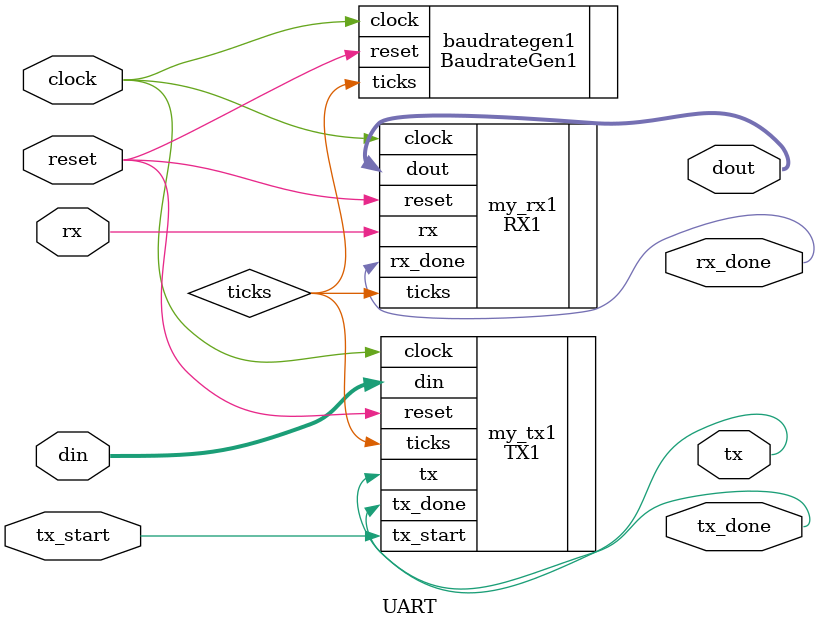
<source format=v>
`timescale 1ns / 1ps

module UART
#(
	parameter CLK_POR_TICK=163,
	parameter D_BITS=8,
	parameter PARITY=1,
	parameter STOP_BITS=2
)
(
     input wire clock,
     input wire reset,
     input wire [D_BITS-1:0] din,
     input wire tx_start,
     input wire rx,
     output wire tx,
     output wire tx_done,
     output wire [D_BITS-1:0] dout,
     output wire rx_done
);
wire ticks;

RX1#(.D_BITS(D_BITS), .PARITY(PARITY), .STOP_BITS(STOP_BITS)) my_rx1(.clock(clock), .reset(reset),
.rx(rx), .ticks(ticks), .dout(dout), .rx_done(rx_done));

TX1#(.D_BITS(D_BITS), .PARITY(PARITY), .STOP_BITS(STOP_BITS)) my_tx1(.clock(clock), .reset(reset),
.din(din), .ticks(ticks), .tx_start(tx_start), .tx(tx), .tx_done(tx_done));

BaudrateGen1#(.CLK_POR_TICK(CLK_POR_TICK)) baudrategen1(.clock(clock), .reset(reset), .ticks(ticks));

endmodule

</source>
